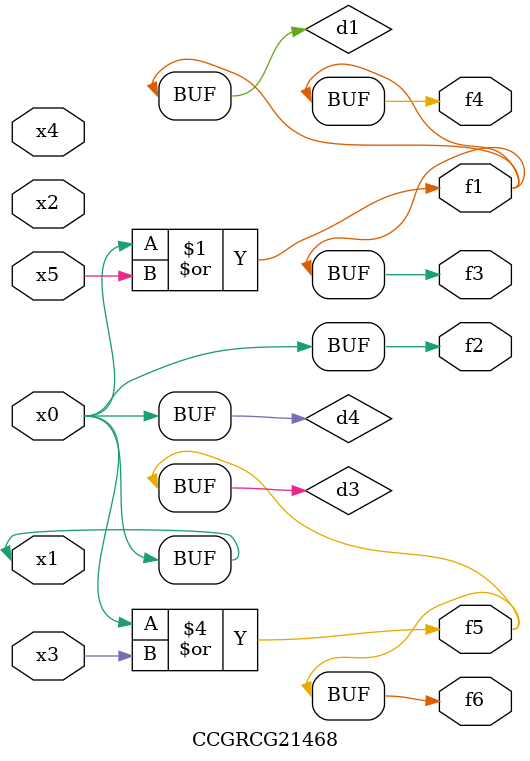
<source format=v>
module CCGRCG21468(
	input x0, x1, x2, x3, x4, x5,
	output f1, f2, f3, f4, f5, f6
);

	wire d1, d2, d3, d4;

	or (d1, x0, x5);
	xnor (d2, x1, x4);
	or (d3, x0, x3);
	buf (d4, x0, x1);
	assign f1 = d1;
	assign f2 = d4;
	assign f3 = d1;
	assign f4 = d1;
	assign f5 = d3;
	assign f6 = d3;
endmodule

</source>
